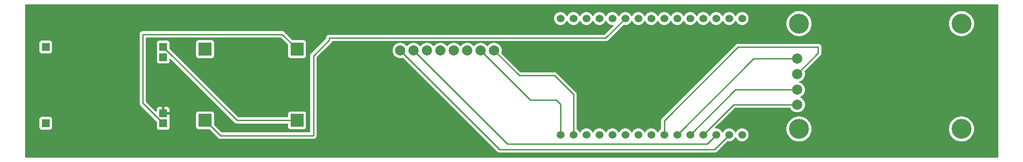
<source format=gbl>
%TF.GenerationSoftware,KiCad,Pcbnew,7.0.1*%
%TF.CreationDate,2023-10-26T23:35:24+05:30*%
%TF.ProjectId,CowTracking,436f7754-7261-4636-9b69-6e672e6b6963,rev?*%
%TF.SameCoordinates,Original*%
%TF.FileFunction,Copper,L2,Bot*%
%TF.FilePolarity,Positive*%
%FSLAX46Y46*%
G04 Gerber Fmt 4.6, Leading zero omitted, Abs format (unit mm)*
G04 Created by KiCad (PCBNEW 7.0.1) date 2023-10-26 23:35:24*
%MOMM*%
%LPD*%
G01*
G04 APERTURE LIST*
%TA.AperFunction,ComponentPad*%
%ADD10C,2.000000*%
%TD*%
%TA.AperFunction,ComponentPad*%
%ADD11C,1.524000*%
%TD*%
%TA.AperFunction,ComponentPad*%
%ADD12R,1.500000X1.500000*%
%TD*%
%TA.AperFunction,ComponentPad*%
%ADD13R,2.500000X2.500000*%
%TD*%
%TA.AperFunction,ComponentPad*%
%ADD14C,3.900000*%
%TD*%
%TA.AperFunction,Conductor*%
%ADD15C,0.250000*%
%TD*%
G04 APERTURE END LIST*
D10*
%TO.P,U3,1,GND*%
%TO.N,Net-(U3-GND)*%
X238105000Y-141545000D03*
%TO.P,U3,2,VCC*%
%TO.N,Net-(U3-VCC)*%
X235483572Y-141545000D03*
%TO.P,U3,3,CS*%
%TO.N,unconnected-(U3-CS-Pad3)*%
X232862144Y-141545000D03*
%TO.P,U3,4,INT1*%
%TO.N,unconnected-(U3-INT1-Pad4)*%
X230240716Y-141545000D03*
%TO.P,U3,5,INT2*%
%TO.N,unconnected-(U3-INT2-Pad5)*%
X227619288Y-141545000D03*
%TO.P,U3,6*%
%TO.N,N/C*%
X224997860Y-141545000D03*
%TO.P,U3,7,SDA*%
%TO.N,Net-(U3-SDA)*%
X222376432Y-141545000D03*
%TO.P,U3,8,SCL*%
%TO.N,Net-(U3-SCL)*%
X219755000Y-141545000D03*
%TD*%
D11*
%TO.P,U5,1,A0*%
%TO.N,unconnected-(U5-A0-Pad1)*%
X286665000Y-135270000D03*
%TO.P,U5,2,res*%
%TO.N,unconnected-(U5-res-Pad2)*%
X284125000Y-135270000D03*
%TO.P,U5,3,res*%
%TO.N,unconnected-(U5-res-Pad3)*%
X281585000Y-135270000D03*
%TO.P,U5,4,S3*%
%TO.N,unconnected-(U5-S3-Pad4)*%
X279045000Y-135270000D03*
%TO.P,U5,5,S2*%
%TO.N,unconnected-(U5-S2-Pad5)*%
X276505000Y-135270000D03*
%TO.P,U5,6,S1*%
%TO.N,unconnected-(U5-S1-Pad6)*%
X273965000Y-135270000D03*
%TO.P,U5,7,SC*%
%TO.N,unconnected-(U5-SC-Pad7)*%
X271425000Y-135270000D03*
%TO.P,U5,8,SDO*%
%TO.N,unconnected-(U5-SDO-Pad8)*%
X268885000Y-135270000D03*
%TO.P,U5,9,SCK*%
%TO.N,unconnected-(U5-SCK-Pad9)*%
X266345000Y-135270000D03*
%TO.P,U5,10,GND*%
%TO.N,Net-(U1-BAT-)*%
X263805000Y-135270000D03*
%TO.P,U5,11,3V3*%
%TO.N,Net-(SW1-Pad2)*%
X261265000Y-135270000D03*
%TO.P,U5,12,EN*%
%TO.N,unconnected-(U5-EN-Pad12)*%
X258725000Y-135270000D03*
%TO.P,U5,13,RST*%
%TO.N,unconnected-(U5-RST-Pad13)*%
X256185000Y-135270000D03*
%TO.P,U5,14,GND*%
%TO.N,unconnected-(U5-GND-Pad14)*%
X253645000Y-135270000D03*
%TO.P,U5,15,VIN*%
%TO.N,unconnected-(U5-VIN-Pad15)*%
X251105000Y-135270000D03*
%TO.P,U5,16,3V3*%
%TO.N,Net-(U3-VCC)*%
X251105000Y-158130000D03*
%TO.P,U5,17,GND*%
%TO.N,Net-(U3-GND)*%
X253645000Y-158130000D03*
%TO.P,U5,18,TX*%
%TO.N,unconnected-(U5-TX-Pad18)*%
X256185000Y-158130000D03*
%TO.P,U5,19,RX*%
%TO.N,unconnected-(U5-RX-Pad19)*%
X258725000Y-158130000D03*
%TO.P,U5,20,D8*%
%TO.N,unconnected-(U5-D8-Pad20)*%
X261265000Y-158130000D03*
%TO.P,U5,21,D7*%
%TO.N,unconnected-(U5-D7-Pad21)*%
X263805000Y-158130000D03*
%TO.P,U5,22,D6*%
%TO.N,unconnected-(U5-D6-Pad22)*%
X266345000Y-158130000D03*
%TO.P,U5,23,D5*%
%TO.N,unconnected-(U5-D5-Pad23)*%
X268885000Y-158130000D03*
%TO.P,U5,24,GND*%
%TO.N,Net-(U4-GND)*%
X271425000Y-158130000D03*
%TO.P,U5,25,3V3*%
%TO.N,Net-(U4-VCC)*%
X273965000Y-158130000D03*
%TO.P,U5,26,D4*%
%TO.N,Net-(U4-TX)*%
X276505000Y-158130000D03*
%TO.P,U5,27,D3*%
%TO.N,Net-(U4-RX)*%
X279045000Y-158130000D03*
%TO.P,U5,28,D2*%
%TO.N,Net-(U3-SDA)*%
X281585000Y-158130000D03*
%TO.P,U5,29,D1*%
%TO.N,Net-(U3-SCL)*%
X284125000Y-158130000D03*
%TO.P,U5,30,D0*%
%TO.N,unconnected-(U5-D0-Pad30)*%
X286665000Y-158130000D03*
%TD*%
D12*
%TO.P,U2,1,OUT+*%
%TO.N,Net-(U1-IN+)*%
X173350000Y-140875000D03*
%TO.P,U2,2,OUT-*%
%TO.N,Net-(U1-IN-)*%
X173350000Y-155900000D03*
%TO.P,U2,3,B+*%
%TO.N,VCC*%
X173350000Y-142875000D03*
%TO.P,U2,4,B-*%
%TO.N,GND*%
X173350000Y-153900000D03*
%TO.P,U2,5,+*%
%TO.N,unconnected-(U2-+-Pad5)*%
X150350000Y-140875000D03*
%TO.P,U2,6,-*%
%TO.N,unconnected-(U2---Pad6)*%
X150350000Y-155875000D03*
%TD*%
D13*
%TO.P,U1,1,BAT+*%
%TO.N,Net-(U1-BAT+)*%
X181550000Y-141300000D03*
%TO.P,U1,2,BAT-*%
%TO.N,Net-(U1-BAT-)*%
X181550000Y-155300000D03*
%TO.P,U1,3,IN+*%
%TO.N,Net-(U1-IN+)*%
X199550000Y-155300000D03*
%TO.P,U1,4,IN-*%
%TO.N,Net-(U1-IN-)*%
X199550000Y-141300000D03*
%TD*%
D14*
%TO.P,U4,*%
%TO.N,*%
X329600000Y-136300000D03*
X297800000Y-136300000D03*
X329600000Y-157000000D03*
X297800000Y-157000000D03*
D10*
%TO.P,U4,1,VCC*%
%TO.N,Net-(U4-VCC)*%
X297450000Y-143200000D03*
%TO.P,U4,2,GND*%
%TO.N,Net-(U4-GND)*%
X297450000Y-146200000D03*
%TO.P,U4,3,RX*%
%TO.N,Net-(U4-RX)*%
X297450000Y-152200000D03*
%TO.P,U4,4,TX*%
%TO.N,Net-(U4-TX)*%
X297450000Y-149300000D03*
%TD*%
D15*
%TO.N,Net-(U1-BAT-)*%
X181550000Y-155300000D02*
X184550000Y-158300000D01*
X202750000Y-142623223D02*
X205850000Y-139523223D01*
X184550000Y-158300000D02*
X202750000Y-158300000D01*
X259975000Y-139100000D02*
X263805000Y-135270000D01*
X205850000Y-139100000D02*
X259975000Y-139100000D01*
X202750000Y-158300000D02*
X202750000Y-142623223D01*
X205850000Y-139523223D02*
X205850000Y-139100000D01*
%TO.N,Net-(U3-VCC)*%
X250250000Y-151300000D02*
X251105000Y-152155000D01*
X251105000Y-152155000D02*
X251105000Y-158130000D01*
X235483572Y-141545000D02*
X245238572Y-151300000D01*
X245238572Y-151300000D02*
X250250000Y-151300000D01*
%TO.N,Net-(U3-GND)*%
X249950000Y-146500000D02*
X253645000Y-150195000D01*
X243060000Y-146500000D02*
X249950000Y-146500000D01*
X253645000Y-150195000D02*
X253645000Y-158130000D01*
X238105000Y-141545000D02*
X243060000Y-146500000D01*
%TO.N,Net-(U4-GND)*%
X285850000Y-140900000D02*
X301550000Y-140900000D01*
X301550000Y-140900000D02*
X301550000Y-142100000D01*
X271425000Y-155325000D02*
X285850000Y-140900000D01*
X271425000Y-158130000D02*
X271425000Y-155325000D01*
X301550000Y-142100000D02*
X297450000Y-146200000D01*
%TO.N,Net-(U4-VCC)*%
X273965000Y-158130000D02*
X288895000Y-143200000D01*
X288895000Y-143200000D02*
X297450000Y-143200000D01*
%TO.N,Net-(U4-TX)*%
X276505000Y-158130000D02*
X285335000Y-149300000D01*
X285335000Y-149300000D02*
X297450000Y-149300000D01*
%TO.N,Net-(U4-RX)*%
X284975000Y-152200000D02*
X297450000Y-152200000D01*
X279045000Y-158130000D02*
X284975000Y-152200000D01*
%TO.N,Net-(U3-SDA)*%
X240731432Y-159900000D02*
X279815000Y-159900000D01*
X222376432Y-141545000D02*
X240731432Y-159900000D01*
X279815000Y-159900000D02*
X281585000Y-158130000D01*
%TO.N,Net-(U3-SCL)*%
X281250000Y-161005000D02*
X284125000Y-158130000D01*
X239610000Y-161000000D02*
X281250000Y-161000000D01*
X239210000Y-161000000D02*
X239610000Y-161000000D01*
X219755000Y-141545000D02*
X239210000Y-161000000D01*
%TO.N,Net-(U1-IN+)*%
X173350000Y-140875000D02*
X187775000Y-155300000D01*
X187775000Y-155300000D02*
X199550000Y-155300000D01*
%TO.N,Net-(U1-IN-)*%
X169350000Y-151900000D02*
X169350000Y-138400000D01*
X196650000Y-138400000D02*
X199550000Y-141300000D01*
X169350000Y-138400000D02*
X196650000Y-138400000D01*
X173350000Y-155900000D02*
X169350000Y-151900000D01*
%TD*%
%TA.AperFunction,Conductor*%
%TO.N,GND*%
G36*
X336737500Y-132517113D02*
G01*
X336782887Y-132562500D01*
X336799500Y-132624500D01*
X336799500Y-162475500D01*
X336782887Y-162537500D01*
X336737500Y-162582887D01*
X336675500Y-162599500D01*
X146424500Y-162599500D01*
X146362500Y-162582887D01*
X146317113Y-162537500D01*
X146300500Y-162475500D01*
X146300500Y-156672869D01*
X149099500Y-156672869D01*
X149103536Y-156710410D01*
X149105909Y-156732483D01*
X149156204Y-156867331D01*
X149242454Y-156982546D01*
X149357669Y-157068796D01*
X149492517Y-157119091D01*
X149552127Y-157125500D01*
X151147872Y-157125499D01*
X151207483Y-157119091D01*
X151342331Y-157068796D01*
X151457546Y-156982546D01*
X151543796Y-156867331D01*
X151594091Y-156732483D01*
X151600500Y-156672873D01*
X151600499Y-155077128D01*
X151594091Y-155017517D01*
X151543796Y-154882669D01*
X151457546Y-154767454D01*
X151342331Y-154681204D01*
X151207483Y-154630909D01*
X151147873Y-154624500D01*
X151147869Y-154624500D01*
X149552130Y-154624500D01*
X149492515Y-154630909D01*
X149357669Y-154681204D01*
X149242454Y-154767454D01*
X149156204Y-154882668D01*
X149105909Y-155017516D01*
X149099500Y-155077130D01*
X149099500Y-156672869D01*
X146300500Y-156672869D01*
X146300500Y-141672869D01*
X149099500Y-141672869D01*
X149105909Y-141732484D01*
X149118701Y-141766781D01*
X149156204Y-141867331D01*
X149242454Y-141982546D01*
X149357669Y-142068796D01*
X149492517Y-142119091D01*
X149552127Y-142125500D01*
X151147872Y-142125499D01*
X151207483Y-142119091D01*
X151342331Y-142068796D01*
X151457546Y-141982546D01*
X151543796Y-141867331D01*
X151594091Y-141732483D01*
X151600500Y-141672873D01*
X151600499Y-140077128D01*
X151594091Y-140017517D01*
X151543796Y-139882669D01*
X151457546Y-139767454D01*
X151342331Y-139681204D01*
X151207483Y-139630909D01*
X151147873Y-139624500D01*
X151147869Y-139624500D01*
X149552130Y-139624500D01*
X149492515Y-139630909D01*
X149357669Y-139681204D01*
X149242454Y-139767454D01*
X149156204Y-139882668D01*
X149105909Y-140017516D01*
X149099500Y-140077130D01*
X149099500Y-141672869D01*
X146300500Y-141672869D01*
X146300500Y-138360412D01*
X168720772Y-138360412D01*
X168724255Y-138415759D01*
X168724500Y-138423545D01*
X168724500Y-151817256D01*
X168722235Y-151837762D01*
X168724439Y-151907873D01*
X168724500Y-151911768D01*
X168724500Y-151939349D01*
X168725003Y-151943334D01*
X168725918Y-151954967D01*
X168727290Y-151998626D01*
X168732879Y-152017860D01*
X168736825Y-152036916D01*
X168739335Y-152056792D01*
X168755414Y-152097404D01*
X168759197Y-152108451D01*
X168771382Y-152150391D01*
X168781580Y-152167635D01*
X168790136Y-152185100D01*
X168797514Y-152203732D01*
X168797515Y-152203733D01*
X168823180Y-152239059D01*
X168829593Y-152248822D01*
X168851826Y-152286416D01*
X168851829Y-152286419D01*
X168851830Y-152286420D01*
X168865995Y-152300585D01*
X168878627Y-152315375D01*
X168890406Y-152331587D01*
X168924058Y-152359426D01*
X168932699Y-152367289D01*
X172063181Y-155497772D01*
X172090061Y-155538000D01*
X172099500Y-155585453D01*
X172099500Y-156697869D01*
X172105909Y-156757483D01*
X172156204Y-156892331D01*
X172242454Y-157007546D01*
X172357669Y-157093796D01*
X172492517Y-157144091D01*
X172552127Y-157150500D01*
X174147872Y-157150499D01*
X174207483Y-157144091D01*
X174342331Y-157093796D01*
X174457546Y-157007546D01*
X174543796Y-156892331D01*
X174594091Y-156757483D01*
X174600500Y-156697873D01*
X174600500Y-156597869D01*
X179799500Y-156597869D01*
X179805909Y-156657484D01*
X179811649Y-156672873D01*
X179856204Y-156792331D01*
X179942454Y-156907546D01*
X180057669Y-156993796D01*
X180192517Y-157044091D01*
X180252127Y-157050500D01*
X182364547Y-157050499D01*
X182412000Y-157059938D01*
X182452228Y-157086818D01*
X184049197Y-158683787D01*
X184062098Y-158699889D01*
X184064212Y-158701874D01*
X184064214Y-158701877D01*
X184111561Y-158746339D01*
X184113240Y-158747916D01*
X184116036Y-158750626D01*
X184135530Y-158770120D01*
X184138704Y-158772582D01*
X184147568Y-158780153D01*
X184179418Y-158810062D01*
X184189315Y-158815503D01*
X184196974Y-158819714D01*
X184213231Y-158830392D01*
X184229064Y-158842674D01*
X184245185Y-158849649D01*
X184269156Y-158860023D01*
X184279643Y-158865160D01*
X184317908Y-158886197D01*
X184337316Y-158891180D01*
X184355710Y-158897478D01*
X184374105Y-158905438D01*
X184417254Y-158912271D01*
X184428680Y-158914638D01*
X184437029Y-158916782D01*
X184470980Y-158925500D01*
X184470981Y-158925500D01*
X184491016Y-158925500D01*
X184510413Y-158927026D01*
X184530196Y-158930160D01*
X184573674Y-158926050D01*
X184585344Y-158925500D01*
X202679151Y-158925500D01*
X202702385Y-158927696D01*
X202710412Y-158929227D01*
X202765759Y-158925745D01*
X202773545Y-158925500D01*
X202789351Y-158925500D01*
X202793582Y-158924965D01*
X202805036Y-158923517D01*
X202812738Y-158922788D01*
X202868138Y-158919304D01*
X202875902Y-158916781D01*
X202898676Y-158911689D01*
X202906792Y-158910664D01*
X202958396Y-158890231D01*
X202965671Y-158887612D01*
X203018441Y-158870467D01*
X203025337Y-158866090D01*
X203046132Y-158855494D01*
X203053732Y-158852486D01*
X203098624Y-158819869D01*
X203105026Y-158815517D01*
X203151877Y-158785786D01*
X203157461Y-158779838D01*
X203174979Y-158764394D01*
X203181587Y-158759594D01*
X203181588Y-158759591D01*
X203181590Y-158759591D01*
X203216938Y-158716861D01*
X203222080Y-158711027D01*
X203260062Y-158670582D01*
X203263999Y-158663418D01*
X203277119Y-158644114D01*
X203282324Y-158637823D01*
X203305942Y-158587630D01*
X203309467Y-158580711D01*
X203336197Y-158532092D01*
X203338228Y-158524177D01*
X203346132Y-158502223D01*
X203349614Y-158494826D01*
X203360010Y-158440325D01*
X203361698Y-158432768D01*
X203375500Y-158379019D01*
X203375500Y-158370849D01*
X203377696Y-158347615D01*
X203379227Y-158339587D01*
X203375745Y-158284241D01*
X203375500Y-158276455D01*
X203375500Y-142933675D01*
X203384939Y-142886222D01*
X203411819Y-142845994D01*
X204712814Y-141544999D01*
X218249356Y-141544999D01*
X218269891Y-141792816D01*
X218269891Y-141792819D01*
X218269892Y-141792821D01*
X218330937Y-142033881D01*
X218368313Y-142119090D01*
X218430825Y-142261604D01*
X218430827Y-142261607D01*
X218566836Y-142469785D01*
X218735256Y-142652738D01*
X218765941Y-142676621D01*
X218931485Y-142805470D01*
X218931487Y-142805471D01*
X218931491Y-142805474D01*
X219150190Y-142923828D01*
X219385386Y-143004571D01*
X219630665Y-143045500D01*
X219879335Y-143045500D01*
X220124614Y-143004571D01*
X220204287Y-142977218D01*
X220272496Y-142973691D01*
X220332228Y-143006818D01*
X229525408Y-152199999D01*
X238709196Y-161383787D01*
X238722096Y-161399888D01*
X238773223Y-161447900D01*
X238776019Y-161450610D01*
X238795529Y-161470120D01*
X238798711Y-161472588D01*
X238807571Y-161480155D01*
X238839418Y-161510062D01*
X238856972Y-161519712D01*
X238873236Y-161530396D01*
X238884972Y-161539499D01*
X238889064Y-161542673D01*
X238913679Y-161553325D01*
X238929152Y-161560021D01*
X238939631Y-161565154D01*
X238977908Y-161586197D01*
X238997306Y-161591177D01*
X239015708Y-161597477D01*
X239034104Y-161605438D01*
X239077261Y-161612273D01*
X239088664Y-161614634D01*
X239130981Y-161625500D01*
X239151016Y-161625500D01*
X239170413Y-161627026D01*
X239190196Y-161630160D01*
X239233674Y-161626050D01*
X239245344Y-161625500D01*
X239530981Y-161625500D01*
X239649350Y-161625500D01*
X281144886Y-161625500D01*
X281171935Y-161628486D01*
X281174416Y-161629040D01*
X281190667Y-161632673D01*
X281348627Y-161627709D01*
X281500390Y-161583618D01*
X281543198Y-161558300D01*
X281550958Y-161554500D01*
X281552057Y-161553702D01*
X281561817Y-161547289D01*
X281636420Y-161503170D01*
X281668869Y-161470720D01*
X281680838Y-161460497D01*
X281681582Y-161459597D01*
X281681587Y-161459594D01*
X281685488Y-161454877D01*
X281693334Y-161446254D01*
X283741205Y-159398384D01*
X283796791Y-159366292D01*
X283860979Y-159366293D01*
X283904930Y-159378070D01*
X284125000Y-159397323D01*
X284345068Y-159378070D01*
X284558450Y-159320894D01*
X284758662Y-159227534D01*
X284939620Y-159100826D01*
X285095826Y-158944620D01*
X285222534Y-158763662D01*
X285282617Y-158634811D01*
X285328375Y-158582635D01*
X285395000Y-158563216D01*
X285461625Y-158582635D01*
X285507382Y-158634811D01*
X285530220Y-158683787D01*
X285567466Y-158763662D01*
X285694174Y-158944620D01*
X285850380Y-159100826D01*
X286031338Y-159227534D01*
X286231550Y-159320894D01*
X286444932Y-159378070D01*
X286665000Y-159397323D01*
X286885068Y-159378070D01*
X287098450Y-159320894D01*
X287298662Y-159227534D01*
X287479620Y-159100826D01*
X287635826Y-158944620D01*
X287762534Y-158763662D01*
X287855894Y-158563450D01*
X287913070Y-158350068D01*
X287932323Y-158130000D01*
X287913070Y-157909932D01*
X287855894Y-157696550D01*
X287762534Y-157496339D01*
X287635826Y-157315380D01*
X287479620Y-157159174D01*
X287298662Y-157032466D01*
X287229039Y-157000000D01*
X295344654Y-157000000D01*
X295364015Y-157307731D01*
X295421794Y-157610622D01*
X295517078Y-157903875D01*
X295648363Y-158182868D01*
X295813585Y-158443218D01*
X296010129Y-158680797D01*
X296010131Y-158680799D01*
X296045333Y-158713856D01*
X296234905Y-158891877D01*
X296484359Y-159073116D01*
X296619462Y-159147389D01*
X296754565Y-159221663D01*
X296897911Y-159278417D01*
X297041256Y-159335172D01*
X297162465Y-159366293D01*
X297339914Y-159411854D01*
X297594115Y-159443967D01*
X297645827Y-159450500D01*
X297645828Y-159450500D01*
X297954172Y-159450500D01*
X297954173Y-159450500D01*
X297998407Y-159444911D01*
X298260086Y-159411854D01*
X298558743Y-159335172D01*
X298845435Y-159221663D01*
X299115640Y-159073116D01*
X299365096Y-158891876D01*
X299589869Y-158680799D01*
X299786416Y-158443216D01*
X299951635Y-158182871D01*
X300082922Y-157903873D01*
X300178206Y-157610619D01*
X300235984Y-157307736D01*
X300255345Y-157000000D01*
X327144654Y-157000000D01*
X327164015Y-157307731D01*
X327221794Y-157610622D01*
X327317078Y-157903875D01*
X327448363Y-158182868D01*
X327613585Y-158443218D01*
X327810129Y-158680797D01*
X327810131Y-158680799D01*
X327845333Y-158713856D01*
X328034905Y-158891877D01*
X328284359Y-159073116D01*
X328419462Y-159147389D01*
X328554565Y-159221663D01*
X328697911Y-159278417D01*
X328841256Y-159335172D01*
X328962465Y-159366293D01*
X329139914Y-159411854D01*
X329394115Y-159443967D01*
X329445827Y-159450500D01*
X329445828Y-159450500D01*
X329754172Y-159450500D01*
X329754173Y-159450500D01*
X329798407Y-159444911D01*
X330060086Y-159411854D01*
X330358743Y-159335172D01*
X330645435Y-159221663D01*
X330915640Y-159073116D01*
X331165096Y-158891876D01*
X331389869Y-158680799D01*
X331586416Y-158443216D01*
X331751635Y-158182871D01*
X331882922Y-157903873D01*
X331978206Y-157610619D01*
X332035984Y-157307736D01*
X332055345Y-157000000D01*
X332035984Y-156692264D01*
X331978206Y-156389381D01*
X331882922Y-156096127D01*
X331771819Y-155860023D01*
X331751636Y-155817131D01*
X331728172Y-155780158D01*
X331586416Y-155556784D01*
X331570876Y-155538000D01*
X331389870Y-155319202D01*
X331165094Y-155108122D01*
X330915640Y-154926883D01*
X330645433Y-154778336D01*
X330358743Y-154664827D01*
X330060088Y-154588146D01*
X329754173Y-154549500D01*
X329754172Y-154549500D01*
X329445828Y-154549500D01*
X329445827Y-154549500D01*
X329139911Y-154588146D01*
X328841256Y-154664827D01*
X328554566Y-154778336D01*
X328284359Y-154926883D01*
X328034905Y-155108122D01*
X327810129Y-155319202D01*
X327613585Y-155556781D01*
X327448363Y-155817131D01*
X327317078Y-156096124D01*
X327221794Y-156389377D01*
X327164015Y-156692268D01*
X327144654Y-157000000D01*
X300255345Y-157000000D01*
X300235984Y-156692264D01*
X300178206Y-156389381D01*
X300082922Y-156096127D01*
X299971819Y-155860023D01*
X299951636Y-155817131D01*
X299928172Y-155780158D01*
X299786416Y-155556784D01*
X299770876Y-155538000D01*
X299589870Y-155319202D01*
X299365094Y-155108122D01*
X299115640Y-154926883D01*
X298845433Y-154778336D01*
X298558743Y-154664827D01*
X298260088Y-154588146D01*
X297954173Y-154549500D01*
X297954172Y-154549500D01*
X297645828Y-154549500D01*
X297645827Y-154549500D01*
X297339911Y-154588146D01*
X297041256Y-154664827D01*
X296754566Y-154778336D01*
X296484359Y-154926883D01*
X296234905Y-155108122D01*
X296010129Y-155319202D01*
X295813585Y-155556781D01*
X295648363Y-155817131D01*
X295517078Y-156096124D01*
X295421794Y-156389377D01*
X295364015Y-156692268D01*
X295344654Y-157000000D01*
X287229039Y-157000000D01*
X287215734Y-156993796D01*
X287098451Y-156939106D01*
X286885065Y-156881929D01*
X286665000Y-156862676D01*
X286444934Y-156881929D01*
X286231548Y-156939106D01*
X286031338Y-157032466D01*
X285850379Y-157159174D01*
X285694174Y-157315379D01*
X285567466Y-157496338D01*
X285507382Y-157625189D01*
X285461625Y-157677365D01*
X285395000Y-157696784D01*
X285328375Y-157677365D01*
X285282618Y-157625189D01*
X285265744Y-157589004D01*
X285222534Y-157496339D01*
X285095826Y-157315380D01*
X284939620Y-157159174D01*
X284758662Y-157032466D01*
X284675734Y-156993796D01*
X284558451Y-156939106D01*
X284345065Y-156881929D01*
X284125000Y-156862676D01*
X283904934Y-156881929D01*
X283691548Y-156939106D01*
X283491338Y-157032466D01*
X283310379Y-157159174D01*
X283154174Y-157315379D01*
X283027466Y-157496338D01*
X282967382Y-157625189D01*
X282921625Y-157677365D01*
X282855000Y-157696784D01*
X282788375Y-157677365D01*
X282742618Y-157625189D01*
X282725744Y-157589004D01*
X282682534Y-157496339D01*
X282555826Y-157315380D01*
X282399620Y-157159174D01*
X282218662Y-157032466D01*
X282135734Y-156993796D01*
X282018451Y-156939106D01*
X281805065Y-156881929D01*
X281584999Y-156862676D01*
X281499094Y-156870192D01*
X281439836Y-156860806D01*
X281391921Y-156824700D01*
X281366565Y-156770324D01*
X281369705Y-156710410D01*
X281400606Y-156658983D01*
X282129430Y-155930160D01*
X285197771Y-152861819D01*
X285238000Y-152834939D01*
X285285453Y-152825500D01*
X296004850Y-152825500D01*
X296051512Y-152834615D01*
X296091315Y-152860619D01*
X296118406Y-152899690D01*
X296125825Y-152916604D01*
X296125827Y-152916607D01*
X296261836Y-153124785D01*
X296430256Y-153307738D01*
X296430259Y-153307740D01*
X296626485Y-153460470D01*
X296626487Y-153460471D01*
X296626491Y-153460474D01*
X296845190Y-153578828D01*
X297080386Y-153659571D01*
X297325665Y-153700500D01*
X297574335Y-153700500D01*
X297819614Y-153659571D01*
X298054810Y-153578828D01*
X298273509Y-153460474D01*
X298469744Y-153307738D01*
X298638164Y-153124785D01*
X298774173Y-152916607D01*
X298874063Y-152688881D01*
X298935108Y-152447821D01*
X298955643Y-152200000D01*
X298935108Y-151952179D01*
X298874063Y-151711119D01*
X298784016Y-151505833D01*
X298774174Y-151483395D01*
X298774173Y-151483393D01*
X298638164Y-151275215D01*
X298469744Y-151092262D01*
X298447612Y-151075036D01*
X298273514Y-150939529D01*
X298273510Y-150939526D01*
X298273509Y-150939526D01*
X298124807Y-150859052D01*
X298077305Y-150813474D01*
X298059828Y-150750000D01*
X298077305Y-150686526D01*
X298124807Y-150640947D01*
X298273509Y-150560474D01*
X298469744Y-150407738D01*
X298638164Y-150224785D01*
X298774173Y-150016607D01*
X298874063Y-149788881D01*
X298935108Y-149547821D01*
X298955643Y-149300000D01*
X298935108Y-149052179D01*
X298874063Y-148811119D01*
X298784016Y-148605833D01*
X298774174Y-148583395D01*
X298774173Y-148583393D01*
X298638164Y-148375215D01*
X298469744Y-148192262D01*
X298447612Y-148175036D01*
X298273514Y-148039529D01*
X298273510Y-148039526D01*
X298273509Y-148039526D01*
X298054810Y-147921172D01*
X298054806Y-147921170D01*
X298054805Y-147921170D01*
X297897832Y-147867280D01*
X297846865Y-147833981D01*
X297817889Y-147780439D01*
X297817890Y-147719558D01*
X297846866Y-147666016D01*
X297897828Y-147632719D01*
X298054810Y-147578828D01*
X298273509Y-147460474D01*
X298469744Y-147307738D01*
X298638164Y-147124785D01*
X298774173Y-146916607D01*
X298874063Y-146688881D01*
X298935108Y-146447821D01*
X298955643Y-146200000D01*
X298943163Y-146049387D01*
X298935109Y-145952184D01*
X298935108Y-145952179D01*
X298881135Y-145739045D01*
X298881790Y-145675691D01*
X298913658Y-145620930D01*
X301933786Y-142600802D01*
X301949887Y-142587904D01*
X301951874Y-142585787D01*
X301951877Y-142585786D01*
X301997932Y-142536741D01*
X302000613Y-142533976D01*
X302020120Y-142514470D01*
X302022581Y-142511295D01*
X302030152Y-142502431D01*
X302060062Y-142470582D01*
X302069713Y-142453026D01*
X302080393Y-142436767D01*
X302092674Y-142420936D01*
X302110018Y-142380851D01*
X302115160Y-142370356D01*
X302124775Y-142352867D01*
X302136197Y-142332092D01*
X302141178Y-142312688D01*
X302147480Y-142294283D01*
X302155438Y-142275895D01*
X302162270Y-142232748D01*
X302164639Y-142221316D01*
X302175500Y-142179020D01*
X302175500Y-142158984D01*
X302177027Y-142139585D01*
X302177367Y-142137437D01*
X302180160Y-142119804D01*
X302176050Y-142076325D01*
X302175500Y-142064656D01*
X302175500Y-140970849D01*
X302177696Y-140947615D01*
X302179227Y-140939587D01*
X302175745Y-140884241D01*
X302175500Y-140876455D01*
X302175500Y-140860650D01*
X302175499Y-140860649D01*
X302173517Y-140844957D01*
X302172789Y-140837266D01*
X302169304Y-140781862D01*
X302166777Y-140774086D01*
X302161688Y-140751317D01*
X302160664Y-140743208D01*
X302140233Y-140691606D01*
X302137608Y-140684315D01*
X302120467Y-140631559D01*
X302116087Y-140624657D01*
X302105495Y-140603869D01*
X302102486Y-140596268D01*
X302069870Y-140551377D01*
X302065503Y-140544949D01*
X302035786Y-140498123D01*
X302029833Y-140492533D01*
X302014396Y-140475023D01*
X302009593Y-140468412D01*
X301966861Y-140433061D01*
X301961018Y-140427910D01*
X301920582Y-140389938D01*
X301913415Y-140385998D01*
X301894113Y-140372879D01*
X301887824Y-140367676D01*
X301844973Y-140347512D01*
X301837633Y-140344058D01*
X301830700Y-140340525D01*
X301782093Y-140313803D01*
X301778813Y-140312961D01*
X301774173Y-140311769D01*
X301752223Y-140303866D01*
X301744826Y-140300386D01*
X301744824Y-140300385D01*
X301690356Y-140289994D01*
X301682759Y-140288296D01*
X301629021Y-140274500D01*
X301629019Y-140274500D01*
X301620849Y-140274500D01*
X301597615Y-140272304D01*
X301589587Y-140270772D01*
X301534241Y-140274255D01*
X301526455Y-140274500D01*
X285932744Y-140274500D01*
X285912236Y-140272235D01*
X285842113Y-140274439D01*
X285838219Y-140274500D01*
X285810650Y-140274500D01*
X285806671Y-140275002D01*
X285795041Y-140275917D01*
X285751372Y-140277289D01*
X285732128Y-140282880D01*
X285713084Y-140286824D01*
X285693208Y-140289335D01*
X285652600Y-140305413D01*
X285641554Y-140309194D01*
X285599610Y-140321382D01*
X285599607Y-140321383D01*
X285582365Y-140331579D01*
X285564904Y-140340133D01*
X285546267Y-140347512D01*
X285510931Y-140373185D01*
X285501174Y-140379595D01*
X285463580Y-140401829D01*
X285449413Y-140415996D01*
X285434624Y-140428626D01*
X285418413Y-140440404D01*
X285390572Y-140474058D01*
X285382711Y-140482697D01*
X271041208Y-154824199D01*
X271025110Y-154837096D01*
X270977096Y-154888225D01*
X270974391Y-154891017D01*
X270954874Y-154910534D01*
X270952415Y-154913705D01*
X270944842Y-154922572D01*
X270914935Y-154954420D01*
X270905285Y-154971974D01*
X270894609Y-154988228D01*
X270882326Y-155004063D01*
X270864975Y-155044158D01*
X270859838Y-155054644D01*
X270838802Y-155092907D01*
X270833821Y-155112309D01*
X270827520Y-155130711D01*
X270819561Y-155149102D01*
X270812728Y-155192242D01*
X270810360Y-155203674D01*
X270799500Y-155245978D01*
X270799500Y-155266016D01*
X270797973Y-155285415D01*
X270794840Y-155305194D01*
X270798950Y-155348675D01*
X270799500Y-155360344D01*
X270799500Y-156962201D01*
X270785489Y-157019458D01*
X270746623Y-157063776D01*
X270610379Y-157159174D01*
X270454174Y-157315379D01*
X270327466Y-157496338D01*
X270267382Y-157625189D01*
X270221625Y-157677365D01*
X270155000Y-157696784D01*
X270088375Y-157677365D01*
X270042618Y-157625189D01*
X270025744Y-157589004D01*
X269982534Y-157496339D01*
X269855826Y-157315380D01*
X269699620Y-157159174D01*
X269518662Y-157032466D01*
X269435734Y-156993796D01*
X269318451Y-156939106D01*
X269105065Y-156881929D01*
X268885000Y-156862676D01*
X268664934Y-156881929D01*
X268451548Y-156939106D01*
X268251338Y-157032466D01*
X268070379Y-157159174D01*
X267914174Y-157315379D01*
X267787466Y-157496338D01*
X267727382Y-157625189D01*
X267681625Y-157677365D01*
X267615000Y-157696784D01*
X267548375Y-157677365D01*
X267502618Y-157625189D01*
X267485744Y-157589004D01*
X267442534Y-157496339D01*
X267315826Y-157315380D01*
X267159620Y-157159174D01*
X266978662Y-157032466D01*
X266895734Y-156993796D01*
X266778451Y-156939106D01*
X266565065Y-156881929D01*
X266345000Y-156862676D01*
X266124934Y-156881929D01*
X265911548Y-156939106D01*
X265711338Y-157032466D01*
X265530379Y-157159174D01*
X265374174Y-157315379D01*
X265247466Y-157496338D01*
X265187382Y-157625189D01*
X265141625Y-157677365D01*
X265075000Y-157696784D01*
X265008375Y-157677365D01*
X264962618Y-157625189D01*
X264945744Y-157589004D01*
X264902534Y-157496339D01*
X264775826Y-157315380D01*
X264619620Y-157159174D01*
X264438662Y-157032466D01*
X264355734Y-156993796D01*
X264238451Y-156939106D01*
X264025065Y-156881929D01*
X263805000Y-156862676D01*
X263584934Y-156881929D01*
X263371548Y-156939106D01*
X263171338Y-157032466D01*
X262990379Y-157159174D01*
X262834174Y-157315379D01*
X262707466Y-157496338D01*
X262647382Y-157625189D01*
X262601625Y-157677365D01*
X262535000Y-157696784D01*
X262468375Y-157677365D01*
X262422618Y-157625189D01*
X262405744Y-157589004D01*
X262362534Y-157496339D01*
X262235826Y-157315380D01*
X262079620Y-157159174D01*
X261898662Y-157032466D01*
X261815734Y-156993796D01*
X261698451Y-156939106D01*
X261485065Y-156881929D01*
X261265000Y-156862676D01*
X261044934Y-156881929D01*
X260831548Y-156939106D01*
X260631338Y-157032466D01*
X260450379Y-157159174D01*
X260294174Y-157315379D01*
X260167466Y-157496338D01*
X260107382Y-157625189D01*
X260061625Y-157677365D01*
X259995000Y-157696784D01*
X259928375Y-157677365D01*
X259882618Y-157625189D01*
X259865744Y-157589004D01*
X259822534Y-157496339D01*
X259695826Y-157315380D01*
X259539620Y-157159174D01*
X259358662Y-157032466D01*
X259275734Y-156993796D01*
X259158451Y-156939106D01*
X258945065Y-156881929D01*
X258725000Y-156862676D01*
X258504934Y-156881929D01*
X258291548Y-156939106D01*
X258091338Y-157032466D01*
X257910379Y-157159174D01*
X257754174Y-157315379D01*
X257627466Y-157496338D01*
X257567382Y-157625189D01*
X257521625Y-157677365D01*
X257455000Y-157696784D01*
X257388375Y-157677365D01*
X257342618Y-157625189D01*
X257325744Y-157589004D01*
X257282534Y-157496339D01*
X257155826Y-157315380D01*
X256999620Y-157159174D01*
X256818662Y-157032466D01*
X256735734Y-156993796D01*
X256618451Y-156939106D01*
X256405065Y-156881929D01*
X256185000Y-156862676D01*
X255964934Y-156881929D01*
X255751548Y-156939106D01*
X255551338Y-157032466D01*
X255370379Y-157159174D01*
X255214174Y-157315379D01*
X255087466Y-157496338D01*
X255027382Y-157625189D01*
X254981625Y-157677365D01*
X254915000Y-157696784D01*
X254848375Y-157677365D01*
X254802618Y-157625189D01*
X254785744Y-157589004D01*
X254742534Y-157496339D01*
X254615826Y-157315380D01*
X254459620Y-157159174D01*
X254323376Y-157063775D01*
X254284511Y-157019458D01*
X254270500Y-156962201D01*
X254270500Y-150277741D01*
X254272763Y-150257237D01*
X254271743Y-150224785D01*
X254270561Y-150187145D01*
X254270500Y-150183251D01*
X254270500Y-150155657D01*
X254270500Y-150155650D01*
X254269995Y-150151653D01*
X254269080Y-150140023D01*
X254267709Y-150096373D01*
X254262120Y-150077140D01*
X254258174Y-150058082D01*
X254255664Y-150038208D01*
X254239585Y-149997597D01*
X254235804Y-149986552D01*
X254223619Y-149944613D01*
X254223618Y-149944612D01*
X254223618Y-149944610D01*
X254213417Y-149927361D01*
X254204860Y-149909895D01*
X254197486Y-149891268D01*
X254171813Y-149855932D01*
X254165402Y-149846172D01*
X254143169Y-149808578D01*
X254129006Y-149794415D01*
X254116369Y-149779620D01*
X254104595Y-149763414D01*
X254104594Y-149763413D01*
X254070935Y-149735568D01*
X254062305Y-149727714D01*
X250450802Y-146116211D01*
X250437906Y-146100113D01*
X250386775Y-146052098D01*
X250383978Y-146049387D01*
X250364470Y-146029879D01*
X250361290Y-146027412D01*
X250352424Y-146019839D01*
X250320582Y-145989938D01*
X250303024Y-145980285D01*
X250286764Y-145969604D01*
X250270936Y-145957327D01*
X250230851Y-145939980D01*
X250220361Y-145934841D01*
X250182091Y-145913802D01*
X250162691Y-145908821D01*
X250144284Y-145902519D01*
X250125897Y-145894562D01*
X250082758Y-145887729D01*
X250071324Y-145885361D01*
X250029019Y-145874500D01*
X250008984Y-145874500D01*
X249989586Y-145872973D01*
X249982162Y-145871797D01*
X249969805Y-145869840D01*
X249969804Y-145869840D01*
X249936751Y-145872964D01*
X249926325Y-145873950D01*
X249914656Y-145874500D01*
X243370453Y-145874500D01*
X243323000Y-145865061D01*
X243282772Y-145838181D01*
X239568661Y-142124070D01*
X239536791Y-142069307D01*
X239536136Y-142005949D01*
X239590108Y-141792821D01*
X239610643Y-141545000D01*
X239590108Y-141297179D01*
X239529063Y-141056119D01*
X239434750Y-140841108D01*
X239429174Y-140828395D01*
X239429173Y-140828393D01*
X239293164Y-140620215D01*
X239124744Y-140437262D01*
X239102612Y-140420036D01*
X238928514Y-140284529D01*
X238928510Y-140284526D01*
X238928509Y-140284526D01*
X238709810Y-140166172D01*
X238709806Y-140166170D01*
X238709805Y-140166170D01*
X238474615Y-140085429D01*
X238229335Y-140044500D01*
X237980665Y-140044500D01*
X237735384Y-140085429D01*
X237500194Y-140166170D01*
X237281485Y-140284529D01*
X237085259Y-140437259D01*
X237085256Y-140437261D01*
X237085256Y-140437262D01*
X237029230Y-140498123D01*
X236916833Y-140620218D01*
X236898094Y-140648901D01*
X236853303Y-140690134D01*
X236794286Y-140705079D01*
X236735269Y-140690134D01*
X236690478Y-140648901D01*
X236671738Y-140620218D01*
X236671737Y-140620217D01*
X236671736Y-140620215D01*
X236503316Y-140437262D01*
X236481184Y-140420036D01*
X236307086Y-140284529D01*
X236307082Y-140284526D01*
X236307081Y-140284526D01*
X236088382Y-140166172D01*
X236088378Y-140166170D01*
X236088377Y-140166170D01*
X235853187Y-140085429D01*
X235607907Y-140044500D01*
X235359237Y-140044500D01*
X235113956Y-140085429D01*
X234878766Y-140166170D01*
X234660057Y-140284529D01*
X234463831Y-140437259D01*
X234463828Y-140437261D01*
X234463828Y-140437262D01*
X234407802Y-140498123D01*
X234295405Y-140620218D01*
X234276666Y-140648901D01*
X234231875Y-140690134D01*
X234172858Y-140705079D01*
X234113841Y-140690134D01*
X234069050Y-140648901D01*
X234050310Y-140620218D01*
X234050309Y-140620217D01*
X234050308Y-140620215D01*
X233881888Y-140437262D01*
X233859756Y-140420036D01*
X233685658Y-140284529D01*
X233685654Y-140284526D01*
X233685653Y-140284526D01*
X233466954Y-140166172D01*
X233466950Y-140166170D01*
X233466949Y-140166170D01*
X233231759Y-140085429D01*
X232986479Y-140044500D01*
X232737809Y-140044500D01*
X232492528Y-140085429D01*
X232257338Y-140166170D01*
X232038629Y-140284529D01*
X231842403Y-140437259D01*
X231842400Y-140437261D01*
X231842400Y-140437262D01*
X231786374Y-140498123D01*
X231673977Y-140620218D01*
X231655238Y-140648901D01*
X231610447Y-140690134D01*
X231551430Y-140705079D01*
X231492413Y-140690134D01*
X231447622Y-140648901D01*
X231428882Y-140620218D01*
X231428881Y-140620217D01*
X231428880Y-140620215D01*
X231260460Y-140437262D01*
X231238328Y-140420036D01*
X231064230Y-140284529D01*
X231064226Y-140284526D01*
X231064225Y-140284526D01*
X230845526Y-140166172D01*
X230845522Y-140166170D01*
X230845521Y-140166170D01*
X230610331Y-140085429D01*
X230365051Y-140044500D01*
X230116381Y-140044500D01*
X229871100Y-140085429D01*
X229635910Y-140166170D01*
X229417201Y-140284529D01*
X229220975Y-140437259D01*
X229220972Y-140437261D01*
X229220972Y-140437262D01*
X229164946Y-140498123D01*
X229052549Y-140620218D01*
X229033810Y-140648901D01*
X228989019Y-140690134D01*
X228930002Y-140705079D01*
X228870985Y-140690134D01*
X228826194Y-140648901D01*
X228807454Y-140620218D01*
X228807453Y-140620217D01*
X228807452Y-140620215D01*
X228639032Y-140437262D01*
X228616900Y-140420036D01*
X228442802Y-140284529D01*
X228442798Y-140284526D01*
X228442797Y-140284526D01*
X228224098Y-140166172D01*
X228224094Y-140166170D01*
X228224093Y-140166170D01*
X227988903Y-140085429D01*
X227743623Y-140044500D01*
X227494953Y-140044500D01*
X227249672Y-140085429D01*
X227014482Y-140166170D01*
X226795773Y-140284529D01*
X226599547Y-140437259D01*
X226599544Y-140437261D01*
X226599544Y-140437262D01*
X226543518Y-140498123D01*
X226431121Y-140620218D01*
X226412382Y-140648901D01*
X226367591Y-140690134D01*
X226308574Y-140705079D01*
X226249557Y-140690134D01*
X226204766Y-140648901D01*
X226186026Y-140620218D01*
X226186025Y-140620217D01*
X226186024Y-140620215D01*
X226017604Y-140437262D01*
X225995472Y-140420036D01*
X225821374Y-140284529D01*
X225821370Y-140284526D01*
X225821369Y-140284526D01*
X225602670Y-140166172D01*
X225602666Y-140166170D01*
X225602665Y-140166170D01*
X225367475Y-140085429D01*
X225122195Y-140044500D01*
X224873525Y-140044500D01*
X224628244Y-140085429D01*
X224393054Y-140166170D01*
X224174345Y-140284529D01*
X223978119Y-140437259D01*
X223978116Y-140437261D01*
X223978116Y-140437262D01*
X223922090Y-140498123D01*
X223809693Y-140620218D01*
X223790954Y-140648901D01*
X223746163Y-140690134D01*
X223687146Y-140705079D01*
X223628129Y-140690134D01*
X223583338Y-140648901D01*
X223564598Y-140620218D01*
X223564597Y-140620217D01*
X223564596Y-140620215D01*
X223396176Y-140437262D01*
X223374044Y-140420036D01*
X223199946Y-140284529D01*
X223199942Y-140284526D01*
X223199941Y-140284526D01*
X222981242Y-140166172D01*
X222981238Y-140166170D01*
X222981237Y-140166170D01*
X222746047Y-140085429D01*
X222500767Y-140044500D01*
X222252097Y-140044500D01*
X222006816Y-140085429D01*
X221771626Y-140166170D01*
X221552917Y-140284529D01*
X221356691Y-140437259D01*
X221356688Y-140437261D01*
X221356688Y-140437262D01*
X221300662Y-140498123D01*
X221188265Y-140620218D01*
X221169524Y-140648904D01*
X221124733Y-140690137D01*
X221065716Y-140705082D01*
X221006699Y-140690137D01*
X220961908Y-140648904D01*
X220943166Y-140620218D01*
X220943165Y-140620217D01*
X220943164Y-140620215D01*
X220774744Y-140437262D01*
X220752612Y-140420036D01*
X220578514Y-140284529D01*
X220578510Y-140284526D01*
X220578509Y-140284526D01*
X220359810Y-140166172D01*
X220359806Y-140166170D01*
X220359805Y-140166170D01*
X220124615Y-140085429D01*
X219879335Y-140044500D01*
X219630665Y-140044500D01*
X219385384Y-140085429D01*
X219150194Y-140166170D01*
X218931485Y-140284529D01*
X218735259Y-140437259D01*
X218735256Y-140437261D01*
X218735256Y-140437262D01*
X218566836Y-140620215D01*
X218559425Y-140631559D01*
X218430825Y-140828395D01*
X218330938Y-141056117D01*
X218269891Y-141297183D01*
X218249356Y-141544999D01*
X204712814Y-141544999D01*
X204732313Y-141525500D01*
X206233789Y-140024023D01*
X206249885Y-140011129D01*
X206251873Y-140009010D01*
X206251877Y-140009009D01*
X206297948Y-139959946D01*
X206300566Y-139957246D01*
X206320120Y-139937694D01*
X206322581Y-139934521D01*
X206330156Y-139925650D01*
X206360062Y-139893805D01*
X206369712Y-139876250D01*
X206380400Y-139859980D01*
X206392671Y-139844161D01*
X206392673Y-139844159D01*
X206410026Y-139804055D01*
X206415159Y-139793581D01*
X206417268Y-139789745D01*
X206462808Y-139742763D01*
X206525921Y-139725500D01*
X259892256Y-139725500D01*
X259912762Y-139727764D01*
X259915665Y-139727672D01*
X259915667Y-139727673D01*
X259982872Y-139725561D01*
X259986768Y-139725500D01*
X260014349Y-139725500D01*
X260014350Y-139725500D01*
X260018319Y-139724998D01*
X260029965Y-139724080D01*
X260073627Y-139722709D01*
X260092859Y-139717120D01*
X260111918Y-139713174D01*
X260118196Y-139712381D01*
X260131792Y-139710664D01*
X260172407Y-139694582D01*
X260183444Y-139690803D01*
X260225390Y-139678618D01*
X260242629Y-139668422D01*
X260260102Y-139659862D01*
X260278732Y-139652486D01*
X260314064Y-139626814D01*
X260323830Y-139620400D01*
X260361418Y-139598171D01*
X260361417Y-139598171D01*
X260361420Y-139598170D01*
X260375585Y-139584004D01*
X260390373Y-139571373D01*
X260406587Y-139559594D01*
X260434438Y-139525926D01*
X260442279Y-139517309D01*
X263421205Y-136538384D01*
X263476791Y-136506292D01*
X263540979Y-136506293D01*
X263584930Y-136518070D01*
X263805000Y-136537323D01*
X264025068Y-136518070D01*
X264238450Y-136460894D01*
X264438662Y-136367534D01*
X264619620Y-136240826D01*
X264775826Y-136084620D01*
X264902534Y-135903662D01*
X264962617Y-135774811D01*
X265008375Y-135722635D01*
X265075000Y-135703216D01*
X265141625Y-135722635D01*
X265187382Y-135774811D01*
X265247466Y-135903662D01*
X265374174Y-136084620D01*
X265530380Y-136240826D01*
X265711338Y-136367534D01*
X265911550Y-136460894D01*
X266124932Y-136518070D01*
X266345000Y-136537323D01*
X266565068Y-136518070D01*
X266778450Y-136460894D01*
X266978662Y-136367534D01*
X267159620Y-136240826D01*
X267315826Y-136084620D01*
X267442534Y-135903662D01*
X267502617Y-135774811D01*
X267548375Y-135722635D01*
X267615000Y-135703216D01*
X267681625Y-135722635D01*
X267727382Y-135774811D01*
X267787466Y-135903662D01*
X267914174Y-136084620D01*
X268070380Y-136240826D01*
X268251338Y-136367534D01*
X268451550Y-136460894D01*
X268664932Y-136518070D01*
X268885000Y-136537323D01*
X269105068Y-136518070D01*
X269318450Y-136460894D01*
X269518662Y-136367534D01*
X269699620Y-136240826D01*
X269855826Y-136084620D01*
X269982534Y-135903662D01*
X270042617Y-135774811D01*
X270088375Y-135722635D01*
X270155000Y-135703216D01*
X270221625Y-135722635D01*
X270267382Y-135774811D01*
X270327466Y-135903662D01*
X270454174Y-136084620D01*
X270610380Y-136240826D01*
X270791338Y-136367534D01*
X270991550Y-136460894D01*
X271204932Y-136518070D01*
X271425000Y-136537323D01*
X271645068Y-136518070D01*
X271858450Y-136460894D01*
X272058662Y-136367534D01*
X272239620Y-136240826D01*
X272395826Y-136084620D01*
X272522534Y-135903662D01*
X272582617Y-135774811D01*
X272628375Y-135722635D01*
X272695000Y-135703216D01*
X272761625Y-135722635D01*
X272807382Y-135774811D01*
X272867466Y-135903662D01*
X272994174Y-136084620D01*
X273150380Y-136240826D01*
X273331338Y-136367534D01*
X273531550Y-136460894D01*
X273744932Y-136518070D01*
X273965000Y-136537323D01*
X274185068Y-136518070D01*
X274398450Y-136460894D01*
X274598662Y-136367534D01*
X274779620Y-136240826D01*
X274935826Y-136084620D01*
X275062534Y-135903662D01*
X275122617Y-135774811D01*
X275168375Y-135722635D01*
X275235000Y-135703216D01*
X275301625Y-135722635D01*
X275347382Y-135774811D01*
X275407466Y-135903662D01*
X275534174Y-136084620D01*
X275690380Y-136240826D01*
X275871338Y-136367534D01*
X276071550Y-136460894D01*
X276284932Y-136518070D01*
X276505000Y-136537323D01*
X276725068Y-136518070D01*
X276938450Y-136460894D01*
X277138662Y-136367534D01*
X277319620Y-136240826D01*
X277475826Y-136084620D01*
X277602534Y-135903662D01*
X277662617Y-135774811D01*
X277708375Y-135722635D01*
X277775000Y-135703216D01*
X277841625Y-135722635D01*
X277887382Y-135774811D01*
X277947466Y-135903662D01*
X278074174Y-136084620D01*
X278230380Y-136240826D01*
X278411338Y-136367534D01*
X278611550Y-136460894D01*
X278824932Y-136518070D01*
X279045000Y-136537323D01*
X279265068Y-136518070D01*
X279478450Y-136460894D01*
X279678662Y-136367534D01*
X279859620Y-136240826D01*
X280015826Y-136084620D01*
X280142534Y-135903662D01*
X280202617Y-135774811D01*
X280248375Y-135722635D01*
X280315000Y-135703216D01*
X280381625Y-135722635D01*
X280427382Y-135774811D01*
X280487466Y-135903662D01*
X280614174Y-136084620D01*
X280770380Y-136240826D01*
X280951338Y-136367534D01*
X281151550Y-136460894D01*
X281364932Y-136518070D01*
X281585000Y-136537323D01*
X281805068Y-136518070D01*
X282018450Y-136460894D01*
X282218662Y-136367534D01*
X282399620Y-136240826D01*
X282555826Y-136084620D01*
X282682534Y-135903662D01*
X282742617Y-135774811D01*
X282788375Y-135722635D01*
X282855000Y-135703216D01*
X282921625Y-135722635D01*
X282967382Y-135774811D01*
X283027466Y-135903662D01*
X283154174Y-136084620D01*
X283310380Y-136240826D01*
X283491338Y-136367534D01*
X283691550Y-136460894D01*
X283904932Y-136518070D01*
X284125000Y-136537323D01*
X284345068Y-136518070D01*
X284558450Y-136460894D01*
X284758662Y-136367534D01*
X284939620Y-136240826D01*
X285095826Y-136084620D01*
X285222534Y-135903662D01*
X285282617Y-135774811D01*
X285328375Y-135722635D01*
X285395000Y-135703216D01*
X285461625Y-135722635D01*
X285507382Y-135774811D01*
X285567466Y-135903662D01*
X285694174Y-136084620D01*
X285850380Y-136240826D01*
X286031338Y-136367534D01*
X286231550Y-136460894D01*
X286444932Y-136518070D01*
X286665000Y-136537323D01*
X286885068Y-136518070D01*
X287098450Y-136460894D01*
X287298662Y-136367534D01*
X287395111Y-136300000D01*
X295344654Y-136300000D01*
X295364015Y-136607731D01*
X295421794Y-136910622D01*
X295517078Y-137203875D01*
X295648363Y-137482868D01*
X295813585Y-137743218D01*
X296010129Y-137980797D01*
X296234905Y-138191877D01*
X296484359Y-138373116D01*
X296602712Y-138438181D01*
X296754565Y-138521663D01*
X296897911Y-138578417D01*
X297041256Y-138635172D01*
X297198878Y-138675642D01*
X297339914Y-138711854D01*
X297594115Y-138743967D01*
X297645827Y-138750500D01*
X297645828Y-138750500D01*
X297954172Y-138750500D01*
X297954173Y-138750500D01*
X297998407Y-138744911D01*
X298260086Y-138711854D01*
X298558743Y-138635172D01*
X298845435Y-138521663D01*
X299115640Y-138373116D01*
X299365096Y-138191876D01*
X299589869Y-137980799D01*
X299786416Y-137743216D01*
X299951635Y-137482871D01*
X300082922Y-137203873D01*
X300178206Y-136910619D01*
X300235984Y-136607736D01*
X300255345Y-136300000D01*
X327144654Y-136300000D01*
X327164015Y-136607731D01*
X327221794Y-136910622D01*
X327317078Y-137203875D01*
X327448363Y-137482868D01*
X327613585Y-137743218D01*
X327810129Y-137980797D01*
X328034905Y-138191877D01*
X328284359Y-138373116D01*
X328402712Y-138438181D01*
X328554565Y-138521663D01*
X328697911Y-138578417D01*
X328841256Y-138635172D01*
X328998878Y-138675642D01*
X329139914Y-138711854D01*
X329394115Y-138743967D01*
X329445827Y-138750500D01*
X329445828Y-138750500D01*
X329754172Y-138750500D01*
X329754173Y-138750500D01*
X329798407Y-138744911D01*
X330060086Y-138711854D01*
X330358743Y-138635172D01*
X330645435Y-138521663D01*
X330915640Y-138373116D01*
X331165096Y-138191876D01*
X331389869Y-137980799D01*
X331586416Y-137743216D01*
X331751635Y-137482871D01*
X331882922Y-137203873D01*
X331978206Y-136910619D01*
X332035984Y-136607736D01*
X332055345Y-136300000D01*
X332035984Y-135992264D01*
X331978206Y-135689381D01*
X331950195Y-135603173D01*
X331882921Y-135396124D01*
X331751636Y-135117131D01*
X331586414Y-134856781D01*
X331389870Y-134619202D01*
X331165094Y-134408122D01*
X330915640Y-134226883D01*
X330645433Y-134078336D01*
X330358743Y-133964827D01*
X330060088Y-133888146D01*
X329754173Y-133849500D01*
X329754172Y-133849500D01*
X329445828Y-133849500D01*
X329445827Y-133849500D01*
X329139911Y-133888146D01*
X328841256Y-133964827D01*
X328554566Y-134078336D01*
X328284359Y-134226883D01*
X328034905Y-134408122D01*
X327810129Y-134619202D01*
X327613585Y-134856781D01*
X327448363Y-135117131D01*
X327317078Y-135396124D01*
X327221794Y-135689377D01*
X327164015Y-135992268D01*
X327144654Y-136300000D01*
X300255345Y-136300000D01*
X300235984Y-135992264D01*
X300178206Y-135689381D01*
X300150195Y-135603173D01*
X300082921Y-135396124D01*
X299951636Y-135117131D01*
X299786414Y-134856781D01*
X299589870Y-134619202D01*
X299365094Y-134408122D01*
X299115640Y-134226883D01*
X298845433Y-134078336D01*
X298558743Y-133964827D01*
X298260088Y-133888146D01*
X297954173Y-133849500D01*
X297954172Y-133849500D01*
X297645828Y-133849500D01*
X297645827Y-133849500D01*
X297339911Y-133888146D01*
X297041256Y-133964827D01*
X296754566Y-134078336D01*
X296484359Y-134226883D01*
X296234905Y-134408122D01*
X296010129Y-134619202D01*
X295813585Y-134856781D01*
X295648363Y-135117131D01*
X295517078Y-135396124D01*
X295421794Y-135689377D01*
X295364015Y-135992268D01*
X295344654Y-136300000D01*
X287395111Y-136300000D01*
X287479620Y-136240826D01*
X287635826Y-136084620D01*
X287762534Y-135903662D01*
X287855894Y-135703450D01*
X287913070Y-135490068D01*
X287932323Y-135270000D01*
X287913070Y-135049932D01*
X287855894Y-134836550D01*
X287762534Y-134636339D01*
X287635826Y-134455380D01*
X287479620Y-134299174D01*
X287298662Y-134172466D01*
X287298661Y-134172465D01*
X287098451Y-134079106D01*
X286885065Y-134021929D01*
X286665000Y-134002676D01*
X286444934Y-134021929D01*
X286231548Y-134079106D01*
X286031338Y-134172466D01*
X285850379Y-134299174D01*
X285694174Y-134455379D01*
X285567466Y-134636338D01*
X285507382Y-134765189D01*
X285461625Y-134817365D01*
X285395000Y-134836784D01*
X285328375Y-134817365D01*
X285282618Y-134765189D01*
X285265744Y-134729004D01*
X285222534Y-134636339D01*
X285095826Y-134455380D01*
X284939620Y-134299174D01*
X284758662Y-134172466D01*
X284758661Y-134172465D01*
X284558451Y-134079106D01*
X284345065Y-134021929D01*
X284125000Y-134002676D01*
X283904934Y-134021929D01*
X283691548Y-134079106D01*
X283491338Y-134172466D01*
X283310379Y-134299174D01*
X283154174Y-134455379D01*
X283027466Y-134636338D01*
X282967382Y-134765189D01*
X282921625Y-134817365D01*
X282855000Y-134836784D01*
X282788375Y-134817365D01*
X282742618Y-134765189D01*
X282725744Y-134729004D01*
X282682534Y-134636339D01*
X282555826Y-134455380D01*
X282399620Y-134299174D01*
X282218662Y-134172466D01*
X282218661Y-134172465D01*
X282018451Y-134079106D01*
X281805065Y-134021929D01*
X281585000Y-134002676D01*
X281364934Y-134021929D01*
X281151548Y-134079106D01*
X280951338Y-134172466D01*
X280770379Y-134299174D01*
X280614174Y-134455379D01*
X280487466Y-134636338D01*
X280427382Y-134765189D01*
X280381625Y-134817365D01*
X280315000Y-134836784D01*
X280248375Y-134817365D01*
X280202618Y-134765189D01*
X280185744Y-134729004D01*
X280142534Y-134636339D01*
X280015826Y-134455380D01*
X279859620Y-134299174D01*
X279678662Y-134172466D01*
X279678661Y-134172465D01*
X279478451Y-134079106D01*
X279265065Y-134021929D01*
X279045000Y-134002676D01*
X278824934Y-134021929D01*
X278611548Y-134079106D01*
X278411338Y-134172466D01*
X278230379Y-134299174D01*
X278074174Y-134455379D01*
X277947466Y-134636338D01*
X277887382Y-134765189D01*
X277841625Y-134817365D01*
X277775000Y-134836784D01*
X277708375Y-134817365D01*
X277662618Y-134765189D01*
X277645744Y-134729004D01*
X277602534Y-134636339D01*
X277475826Y-134455380D01*
X277319620Y-134299174D01*
X277138662Y-134172466D01*
X277138661Y-134172465D01*
X276938451Y-134079106D01*
X276725065Y-134021929D01*
X276505000Y-134002676D01*
X276284934Y-134021929D01*
X276071548Y-134079106D01*
X275871338Y-134172466D01*
X275690379Y-134299174D01*
X275534174Y-134455379D01*
X275407466Y-134636338D01*
X275347382Y-134765189D01*
X275301625Y-134817365D01*
X275235000Y-134836784D01*
X275168375Y-134817365D01*
X275122618Y-134765189D01*
X275105744Y-134729004D01*
X275062534Y-134636339D01*
X274935826Y-134455380D01*
X274779620Y-134299174D01*
X274598662Y-134172466D01*
X274598661Y-134172465D01*
X274398451Y-134079106D01*
X274185065Y-134021929D01*
X273965000Y-134002676D01*
X273744934Y-134021929D01*
X273531548Y-134079106D01*
X273331338Y-134172466D01*
X273150379Y-134299174D01*
X272994174Y-134455379D01*
X272867466Y-134636338D01*
X272807382Y-134765189D01*
X272761625Y-134817365D01*
X272695000Y-134836784D01*
X272628375Y-134817365D01*
X272582618Y-134765189D01*
X272565744Y-134729004D01*
X272522534Y-134636339D01*
X272395826Y-134455380D01*
X272239620Y-134299174D01*
X272058662Y-134172466D01*
X272058661Y-134172465D01*
X271858451Y-134079106D01*
X271645065Y-134021929D01*
X271425000Y-134002676D01*
X271204934Y-134021929D01*
X270991548Y-134079106D01*
X270791338Y-134172466D01*
X270610379Y-134299174D01*
X270454174Y-134455379D01*
X270327466Y-134636338D01*
X270267382Y-134765189D01*
X270221625Y-134817365D01*
X270155000Y-134836784D01*
X270088375Y-134817365D01*
X270042618Y-134765189D01*
X270025744Y-134729004D01*
X269982534Y-134636339D01*
X269855826Y-134455380D01*
X269699620Y-134299174D01*
X269518662Y-134172466D01*
X269518661Y-134172465D01*
X269318451Y-134079106D01*
X269105065Y-134021929D01*
X268885000Y-134002676D01*
X268664934Y-134021929D01*
X268451548Y-134079106D01*
X268251338Y-134172466D01*
X268070379Y-134299174D01*
X267914174Y-134455379D01*
X267787466Y-134636338D01*
X267727382Y-134765189D01*
X267681625Y-134817365D01*
X267615000Y-134836784D01*
X267548375Y-134817365D01*
X267502618Y-134765189D01*
X267485744Y-134729004D01*
X267442534Y-134636339D01*
X267315826Y-134455380D01*
X267159620Y-134299174D01*
X266978662Y-134172466D01*
X266978661Y-134172465D01*
X266778451Y-134079106D01*
X266565065Y-134021929D01*
X266345000Y-134002676D01*
X266124934Y-134021929D01*
X265911548Y-134079106D01*
X265711338Y-134172466D01*
X265530379Y-134299174D01*
X265374174Y-134455379D01*
X265247466Y-134636338D01*
X265187382Y-134765189D01*
X265141625Y-134817365D01*
X265075000Y-134836784D01*
X265008375Y-134817365D01*
X264962618Y-134765189D01*
X264945744Y-134729004D01*
X264902534Y-134636339D01*
X264775826Y-134455380D01*
X264619620Y-134299174D01*
X264438662Y-134172466D01*
X264438661Y-134172465D01*
X264238451Y-134079106D01*
X264025065Y-134021929D01*
X263805000Y-134002676D01*
X263584934Y-134021929D01*
X263371548Y-134079106D01*
X263171338Y-134172466D01*
X262990379Y-134299174D01*
X262834174Y-134455379D01*
X262707466Y-134636338D01*
X262647382Y-134765189D01*
X262601625Y-134817365D01*
X262535000Y-134836784D01*
X262468375Y-134817365D01*
X262422618Y-134765189D01*
X262405744Y-134729004D01*
X262362534Y-134636339D01*
X262235826Y-134455380D01*
X262079620Y-134299174D01*
X261898662Y-134172466D01*
X261898661Y-134172465D01*
X261698451Y-134079106D01*
X261485065Y-134021929D01*
X261265000Y-134002676D01*
X261044934Y-134021929D01*
X260831548Y-134079106D01*
X260631338Y-134172466D01*
X260450379Y-134299174D01*
X260294174Y-134455379D01*
X260167466Y-134636338D01*
X260107382Y-134765189D01*
X260061625Y-134817365D01*
X259995000Y-134836784D01*
X259928375Y-134817365D01*
X259882618Y-134765189D01*
X259865744Y-134729004D01*
X259822534Y-134636339D01*
X259695826Y-134455380D01*
X259539620Y-134299174D01*
X259358662Y-134172466D01*
X259358661Y-134172465D01*
X259158451Y-134079106D01*
X258945065Y-134021929D01*
X258725000Y-134002676D01*
X258504934Y-134021929D01*
X258291548Y-134079106D01*
X258091338Y-134172466D01*
X257910379Y-134299174D01*
X257754174Y-134455379D01*
X257627466Y-134636338D01*
X257567382Y-134765189D01*
X257521625Y-134817365D01*
X257455000Y-134836784D01*
X257388375Y-134817365D01*
X257342618Y-134765189D01*
X257325744Y-134729004D01*
X257282534Y-134636339D01*
X257155826Y-134455380D01*
X256999620Y-134299174D01*
X256818662Y-134172466D01*
X256818661Y-134172465D01*
X256618451Y-134079106D01*
X256405065Y-134021929D01*
X256185000Y-134002676D01*
X255964934Y-134021929D01*
X255751548Y-134079106D01*
X255551338Y-134172466D01*
X255370379Y-134299174D01*
X255214174Y-134455379D01*
X255087466Y-134636338D01*
X255027382Y-134765189D01*
X254981625Y-134817365D01*
X254915000Y-134836784D01*
X254848375Y-134817365D01*
X254802618Y-134765189D01*
X254785744Y-134729004D01*
X254742534Y-134636339D01*
X254615826Y-134455380D01*
X254459620Y-134299174D01*
X254278662Y-134172466D01*
X254278661Y-134172465D01*
X254078451Y-134079106D01*
X253865065Y-134021929D01*
X253645000Y-134002676D01*
X253424934Y-134021929D01*
X253211548Y-134079106D01*
X253011338Y-134172466D01*
X252830379Y-134299174D01*
X252674174Y-134455379D01*
X252547466Y-134636338D01*
X252487382Y-134765189D01*
X252441625Y-134817365D01*
X252375000Y-134836784D01*
X252308375Y-134817365D01*
X252262618Y-134765189D01*
X252245744Y-134729004D01*
X252202534Y-134636339D01*
X252075826Y-134455380D01*
X251919620Y-134299174D01*
X251738662Y-134172466D01*
X251738661Y-134172465D01*
X251538451Y-134079106D01*
X251325065Y-134021929D01*
X251105000Y-134002676D01*
X250884934Y-134021929D01*
X250671548Y-134079106D01*
X250471338Y-134172466D01*
X250290379Y-134299174D01*
X250134174Y-134455379D01*
X250007466Y-134636338D01*
X249914106Y-134836548D01*
X249856929Y-135049934D01*
X249837676Y-135269999D01*
X249856929Y-135490065D01*
X249914106Y-135703451D01*
X249947382Y-135774811D01*
X250007466Y-135903662D01*
X250134174Y-136084620D01*
X250290380Y-136240826D01*
X250471338Y-136367534D01*
X250671550Y-136460894D01*
X250884932Y-136518070D01*
X251105000Y-136537323D01*
X251325068Y-136518070D01*
X251538450Y-136460894D01*
X251738662Y-136367534D01*
X251919620Y-136240826D01*
X252075826Y-136084620D01*
X252202534Y-135903662D01*
X252262617Y-135774811D01*
X252308375Y-135722635D01*
X252375000Y-135703216D01*
X252441625Y-135722635D01*
X252487382Y-135774811D01*
X252547466Y-135903662D01*
X252674174Y-136084620D01*
X252830380Y-136240826D01*
X253011338Y-136367534D01*
X253211550Y-136460894D01*
X253424932Y-136518070D01*
X253645000Y-136537323D01*
X253865068Y-136518070D01*
X254078450Y-136460894D01*
X254278662Y-136367534D01*
X254459620Y-136240826D01*
X254615826Y-136084620D01*
X254742534Y-135903662D01*
X254802617Y-135774811D01*
X254848375Y-135722635D01*
X254915000Y-135703216D01*
X254981625Y-135722635D01*
X255027382Y-135774811D01*
X255087466Y-135903662D01*
X255214174Y-136084620D01*
X255370380Y-136240826D01*
X255551338Y-136367534D01*
X255751550Y-136460894D01*
X255964932Y-136518070D01*
X256185000Y-136537323D01*
X256405068Y-136518070D01*
X256618450Y-136460894D01*
X256818662Y-136367534D01*
X256999620Y-136240826D01*
X257155826Y-136084620D01*
X257282534Y-135903662D01*
X257342617Y-135774811D01*
X257388375Y-135722635D01*
X257455000Y-135703216D01*
X257521625Y-135722635D01*
X257567382Y-135774811D01*
X257627466Y-135903662D01*
X257754174Y-136084620D01*
X257910380Y-136240826D01*
X258091338Y-136367534D01*
X258291550Y-136460894D01*
X258504932Y-136518070D01*
X258725000Y-136537323D01*
X258945068Y-136518070D01*
X259158450Y-136460894D01*
X259358662Y-136367534D01*
X259539620Y-136240826D01*
X259695826Y-136084620D01*
X259822534Y-135903662D01*
X259882617Y-135774811D01*
X259928375Y-135722635D01*
X259995000Y-135703216D01*
X260061625Y-135722635D01*
X260107382Y-135774811D01*
X260167466Y-135903662D01*
X260294174Y-136084620D01*
X260450380Y-136240826D01*
X260631338Y-136367534D01*
X260831550Y-136460894D01*
X261044932Y-136518070D01*
X261179101Y-136529808D01*
X261264999Y-136537323D01*
X261264999Y-136537322D01*
X261265000Y-136537323D01*
X261281757Y-136535856D01*
X261350903Y-136529808D01*
X261410161Y-136539193D01*
X261458076Y-136575300D01*
X261483432Y-136629676D01*
X261480292Y-136689590D01*
X261449391Y-136741017D01*
X259752228Y-138438181D01*
X259712000Y-138465061D01*
X259664547Y-138474500D01*
X205920849Y-138474500D01*
X205897615Y-138472304D01*
X205889587Y-138470772D01*
X205834241Y-138474255D01*
X205826455Y-138474500D01*
X205810650Y-138474500D01*
X205794957Y-138476481D01*
X205787215Y-138477212D01*
X205731862Y-138480695D01*
X205724085Y-138483222D01*
X205701322Y-138488310D01*
X205693210Y-138489335D01*
X205641619Y-138509760D01*
X205634296Y-138512396D01*
X205581559Y-138529532D01*
X205574656Y-138533913D01*
X205553876Y-138544501D01*
X205546268Y-138547513D01*
X205501389Y-138580119D01*
X205494952Y-138584494D01*
X205448120Y-138614215D01*
X205442528Y-138620171D01*
X205425031Y-138635597D01*
X205418412Y-138640406D01*
X205383053Y-138683146D01*
X205377905Y-138688986D01*
X205339938Y-138729417D01*
X205335997Y-138736586D01*
X205322886Y-138755878D01*
X205317675Y-138762176D01*
X205294060Y-138812360D01*
X205290526Y-138819296D01*
X205263802Y-138867908D01*
X205261770Y-138875823D01*
X205253868Y-138897774D01*
X205250385Y-138905174D01*
X205239993Y-138959650D01*
X205238295Y-138967247D01*
X205224500Y-139020980D01*
X205224500Y-139029151D01*
X205222304Y-139052385D01*
X205220772Y-139060412D01*
X205224255Y-139115759D01*
X205224500Y-139123545D01*
X205224500Y-139212771D01*
X205215061Y-139260224D01*
X205188181Y-139300452D01*
X202366208Y-142122422D01*
X202350110Y-142135319D01*
X202302096Y-142186448D01*
X202299391Y-142189240D01*
X202279874Y-142208757D01*
X202277415Y-142211928D01*
X202269842Y-142220795D01*
X202239935Y-142252643D01*
X202230285Y-142270197D01*
X202219609Y-142286451D01*
X202207326Y-142302286D01*
X202189975Y-142342381D01*
X202184838Y-142352867D01*
X202163802Y-142391130D01*
X202158821Y-142410532D01*
X202152520Y-142428934D01*
X202144561Y-142447325D01*
X202137728Y-142490465D01*
X202135360Y-142501897D01*
X202124500Y-142544201D01*
X202124500Y-142564239D01*
X202122973Y-142583638D01*
X202119840Y-142603417D01*
X202123950Y-142646898D01*
X202124500Y-142658567D01*
X202124500Y-157550500D01*
X202107887Y-157612500D01*
X202062500Y-157657887D01*
X202000500Y-157674500D01*
X184860452Y-157674500D01*
X184812999Y-157665061D01*
X184772771Y-157638181D01*
X183336818Y-156202228D01*
X183309938Y-156162000D01*
X183300499Y-156114547D01*
X183300499Y-154002130D01*
X183300499Y-154002127D01*
X183294091Y-153942517D01*
X183243796Y-153807669D01*
X183157546Y-153692454D01*
X183042331Y-153606204D01*
X182907483Y-153555909D01*
X182847873Y-153549500D01*
X182847869Y-153549500D01*
X180252130Y-153549500D01*
X180192515Y-153555909D01*
X180057669Y-153606204D01*
X179942454Y-153692454D01*
X179856204Y-153807668D01*
X179805909Y-153942516D01*
X179799500Y-154002130D01*
X179799500Y-156597869D01*
X174600500Y-156597869D01*
X174600499Y-155102128D01*
X174594091Y-155042517D01*
X174556831Y-154942617D01*
X174549013Y-154899283D01*
X174556831Y-154855950D01*
X174593597Y-154757375D01*
X174600000Y-154697824D01*
X174600000Y-154150000D01*
X173224000Y-154150000D01*
X173162000Y-154133387D01*
X173116613Y-154088000D01*
X173100000Y-154026000D01*
X173100000Y-152650000D01*
X173600000Y-152650000D01*
X173600000Y-153650000D01*
X174600000Y-153650000D01*
X174600000Y-153102176D01*
X174593597Y-153042624D01*
X174543352Y-152907910D01*
X174457188Y-152792811D01*
X174342089Y-152706647D01*
X174207375Y-152656402D01*
X174147824Y-152650000D01*
X173600000Y-152650000D01*
X173100000Y-152650000D01*
X172552176Y-152650000D01*
X172492624Y-152656402D01*
X172357910Y-152706647D01*
X172242811Y-152792811D01*
X172156647Y-152907910D01*
X172106402Y-153042624D01*
X172100000Y-153102176D01*
X172100000Y-153466047D01*
X172086485Y-153522342D01*
X172048885Y-153566365D01*
X171995398Y-153588520D01*
X171937682Y-153583978D01*
X171888319Y-153553728D01*
X170011819Y-151677228D01*
X169984939Y-151637000D01*
X169975500Y-151589547D01*
X169975500Y-143672869D01*
X172099500Y-143672869D01*
X172105909Y-143732483D01*
X172156204Y-143867331D01*
X172242454Y-143982546D01*
X172357669Y-144068796D01*
X172492517Y-144119091D01*
X172552127Y-144125500D01*
X174147872Y-144125499D01*
X174207483Y-144119091D01*
X174342331Y-144068796D01*
X174457546Y-143982546D01*
X174543796Y-143867331D01*
X174594091Y-143732483D01*
X174600500Y-143672873D01*
X174600499Y-143309449D01*
X174614014Y-143253156D01*
X174651613Y-143209133D01*
X174705101Y-143186978D01*
X174762817Y-143191520D01*
X174812180Y-143221770D01*
X187274197Y-155683787D01*
X187287098Y-155699889D01*
X187289212Y-155701874D01*
X187289214Y-155701877D01*
X187336561Y-155746339D01*
X187338240Y-155747916D01*
X187341035Y-155750625D01*
X187360530Y-155770120D01*
X187363704Y-155772582D01*
X187372568Y-155780153D01*
X187404418Y-155810062D01*
X187414914Y-155815832D01*
X187421974Y-155819714D01*
X187438231Y-155830392D01*
X187454064Y-155842674D01*
X187470185Y-155849649D01*
X187494156Y-155860023D01*
X187504643Y-155865160D01*
X187542908Y-155886197D01*
X187562316Y-155891180D01*
X187580710Y-155897478D01*
X187599105Y-155905438D01*
X187642254Y-155912271D01*
X187653680Y-155914638D01*
X187669222Y-155918629D01*
X187695980Y-155925500D01*
X187695981Y-155925500D01*
X187716016Y-155925500D01*
X187735413Y-155927026D01*
X187755196Y-155930160D01*
X187798674Y-155926050D01*
X187810344Y-155925500D01*
X197675501Y-155925500D01*
X197737501Y-155942113D01*
X197782888Y-155987500D01*
X197799501Y-156049500D01*
X197799501Y-156597870D01*
X197805909Y-156657484D01*
X197811649Y-156672873D01*
X197856204Y-156792331D01*
X197942454Y-156907546D01*
X198057669Y-156993796D01*
X198192517Y-157044091D01*
X198252127Y-157050500D01*
X200847872Y-157050499D01*
X200907483Y-157044091D01*
X201042331Y-156993796D01*
X201157546Y-156907546D01*
X201243796Y-156792331D01*
X201294091Y-156657483D01*
X201300500Y-156597873D01*
X201300499Y-154002128D01*
X201294091Y-153942517D01*
X201243796Y-153807669D01*
X201157546Y-153692454D01*
X201042331Y-153606204D01*
X200907483Y-153555909D01*
X200847873Y-153549500D01*
X200847869Y-153549500D01*
X198252130Y-153549500D01*
X198192515Y-153555909D01*
X198057669Y-153606204D01*
X197942454Y-153692454D01*
X197856204Y-153807668D01*
X197805909Y-153942516D01*
X197799500Y-154002131D01*
X197799500Y-154550500D01*
X197782887Y-154612500D01*
X197737500Y-154657887D01*
X197675500Y-154674500D01*
X188085452Y-154674500D01*
X188037999Y-154665061D01*
X187997771Y-154638181D01*
X175957460Y-142597869D01*
X179799500Y-142597869D01*
X179805909Y-142657484D01*
X179822449Y-142701829D01*
X179856204Y-142792331D01*
X179942454Y-142907546D01*
X180057669Y-142993796D01*
X180192517Y-143044091D01*
X180252127Y-143050500D01*
X182847872Y-143050499D01*
X182907483Y-143044091D01*
X183042331Y-142993796D01*
X183157546Y-142907546D01*
X183243796Y-142792331D01*
X183294091Y-142657483D01*
X183300500Y-142597873D01*
X183300499Y-140002128D01*
X183294091Y-139942517D01*
X183243796Y-139807669D01*
X183157546Y-139692454D01*
X183042331Y-139606204D01*
X182907483Y-139555909D01*
X182847873Y-139549500D01*
X182847869Y-139549500D01*
X180252130Y-139549500D01*
X180192515Y-139555909D01*
X180057669Y-139606204D01*
X179942454Y-139692454D01*
X179856204Y-139807668D01*
X179805909Y-139942516D01*
X179799500Y-140002130D01*
X179799500Y-142597869D01*
X175957460Y-142597869D01*
X174636818Y-141277227D01*
X174609938Y-141236999D01*
X174600499Y-141189546D01*
X174600499Y-140077130D01*
X174600499Y-140077127D01*
X174594091Y-140017517D01*
X174543796Y-139882669D01*
X174457546Y-139767454D01*
X174342331Y-139681204D01*
X174207483Y-139630909D01*
X174147873Y-139624500D01*
X174147869Y-139624500D01*
X172552130Y-139624500D01*
X172492515Y-139630909D01*
X172357669Y-139681204D01*
X172242454Y-139767454D01*
X172156204Y-139882668D01*
X172105909Y-140017516D01*
X172099500Y-140077130D01*
X172099500Y-141672869D01*
X172105909Y-141732484D01*
X172142902Y-141831666D01*
X172150720Y-141874999D01*
X172142902Y-141918332D01*
X172105909Y-142017514D01*
X172102704Y-142047322D01*
X172099587Y-142076325D01*
X172099500Y-142077130D01*
X172099500Y-143672869D01*
X169975500Y-143672869D01*
X169975500Y-139149500D01*
X169992113Y-139087500D01*
X170037500Y-139042113D01*
X170099500Y-139025500D01*
X196339548Y-139025500D01*
X196387001Y-139034939D01*
X196427229Y-139061819D01*
X197763181Y-140397771D01*
X197790061Y-140437999D01*
X197799500Y-140485452D01*
X197799500Y-142597869D01*
X197805909Y-142657484D01*
X197822449Y-142701829D01*
X197856204Y-142792331D01*
X197942454Y-142907546D01*
X198057669Y-142993796D01*
X198192517Y-143044091D01*
X198252127Y-143050500D01*
X200847872Y-143050499D01*
X200907483Y-143044091D01*
X201042331Y-142993796D01*
X201157546Y-142907546D01*
X201243796Y-142792331D01*
X201294091Y-142657483D01*
X201300500Y-142597873D01*
X201300499Y-140002128D01*
X201294091Y-139942517D01*
X201243796Y-139807669D01*
X201157546Y-139692454D01*
X201042331Y-139606204D01*
X200907483Y-139555909D01*
X200847873Y-139549500D01*
X200847869Y-139549500D01*
X198735453Y-139549500D01*
X198688000Y-139540061D01*
X198647772Y-139513181D01*
X197150802Y-138016211D01*
X197137906Y-138000113D01*
X197086775Y-137952098D01*
X197083978Y-137949387D01*
X197064470Y-137929879D01*
X197061290Y-137927412D01*
X197052424Y-137919839D01*
X197020582Y-137889938D01*
X197003024Y-137880285D01*
X196986764Y-137869604D01*
X196970936Y-137857327D01*
X196930851Y-137839980D01*
X196920361Y-137834841D01*
X196882091Y-137813802D01*
X196862691Y-137808821D01*
X196844284Y-137802519D01*
X196825897Y-137794562D01*
X196782758Y-137787729D01*
X196771324Y-137785361D01*
X196729019Y-137774500D01*
X196708984Y-137774500D01*
X196689586Y-137772973D01*
X196675689Y-137770772D01*
X196669805Y-137769840D01*
X196669804Y-137769840D01*
X196643738Y-137772304D01*
X196626325Y-137773950D01*
X196614656Y-137774500D01*
X169420849Y-137774500D01*
X169397615Y-137772304D01*
X169389587Y-137770772D01*
X169334241Y-137774255D01*
X169326455Y-137774500D01*
X169310650Y-137774500D01*
X169294957Y-137776481D01*
X169287215Y-137777212D01*
X169231862Y-137780695D01*
X169224085Y-137783222D01*
X169201322Y-137788310D01*
X169193210Y-137789335D01*
X169141619Y-137809760D01*
X169134296Y-137812396D01*
X169081559Y-137829532D01*
X169074656Y-137833913D01*
X169053876Y-137844501D01*
X169046268Y-137847513D01*
X169001389Y-137880119D01*
X168994952Y-137884494D01*
X168948120Y-137914215D01*
X168942528Y-137920171D01*
X168925031Y-137935597D01*
X168918412Y-137940406D01*
X168883053Y-137983146D01*
X168877905Y-137988986D01*
X168839938Y-138029417D01*
X168835997Y-138036586D01*
X168822886Y-138055878D01*
X168817675Y-138062176D01*
X168794060Y-138112360D01*
X168790526Y-138119296D01*
X168763802Y-138167908D01*
X168761770Y-138175823D01*
X168753868Y-138197774D01*
X168750385Y-138205174D01*
X168739993Y-138259650D01*
X168738295Y-138267247D01*
X168724500Y-138320980D01*
X168724500Y-138329151D01*
X168722304Y-138352385D01*
X168720772Y-138360412D01*
X146300500Y-138360412D01*
X146300500Y-132624500D01*
X146317113Y-132562500D01*
X146362500Y-132517113D01*
X146424500Y-132500500D01*
X336675500Y-132500500D01*
X336737500Y-132517113D01*
G37*
%TD.AperFunction*%
%TD*%
M02*

</source>
